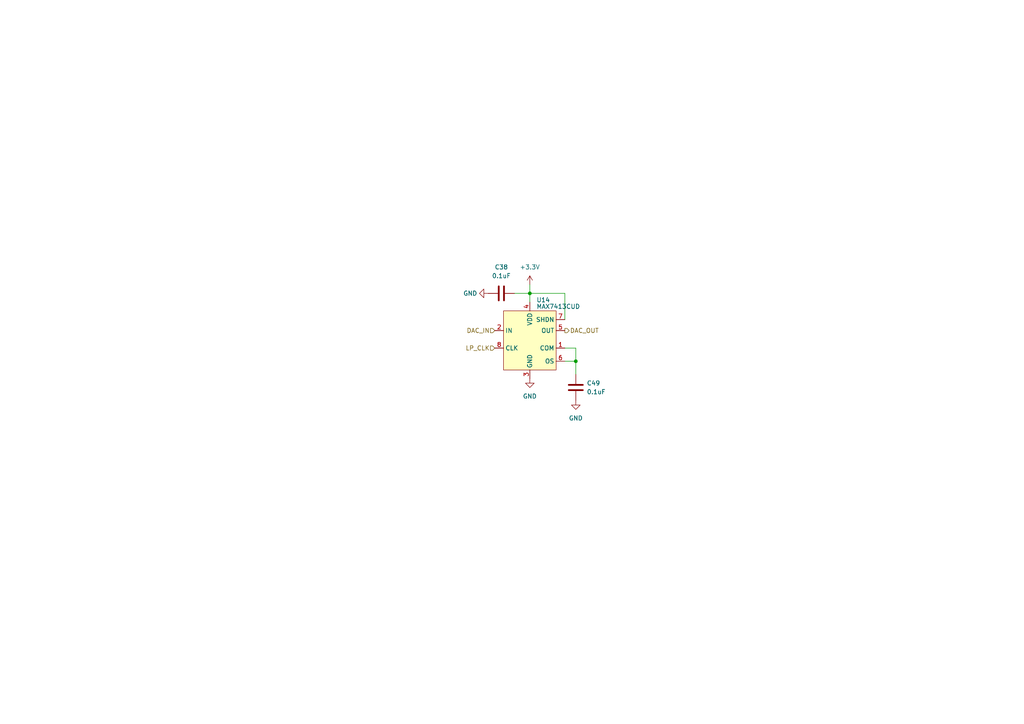
<source format=kicad_sch>
(kicad_sch (version 20230121) (generator eeschema)
  (paper "A4")
  (lib_symbols
    (symbol "Device:C" (pin_numbers hide) (pin_names (offset 0.254))
      (property "Reference" "C" (at 0.635 2.54 0))
      (property "Value" "C" (at 0.635 -2.54 0))
      (symbol "C_0_1"
        (polyline (pts (xy -2.032 -0.762) (xy 2.032 -0.762)) (stroke (width 0.508)))
        (polyline (pts (xy -2.032 0.762) (xy 2.032 0.762)) (stroke (width 0.508)))
      )
      (symbol "C_1_1"
        (pin passive line (at 0 3.81 270) (length 2.794) (name "~") (number "1"))
        (pin passive line (at 0 -3.81 90) (length 2.794) (name "~") (number "2"))
      )
    )
    (symbol "MAX7413:MAX7413CUA+-ND"
      (property "Reference" "U" (at -7.62 11.43 0))
      (property "Value" "MAX7413CUD" (at -8.255 9.525 0))
      (symbol "MAX7413CUA+-ND_1_1"
        (rectangle (start -7.62 8.255) (end 7.62 -8.89) (fill (type background)))
        (pin passive line (at 10.16 -2.54 180) (length 2.54) (name "COM") (number "1"))
        (pin input line (at -10.16 2.54 0) (length 2.54) (name "IN") (number "2"))
        (pin power_in line (at 0 -11.43 90) (length 2.54) (name "GND") (number "3"))
        (pin power_in line (at 0 10.795 270) (length 2.54) (name "VDD") (number "4"))
        (pin output line (at 10.16 2.54 180) (length 2.54) (name "OUT") (number "5"))
        (pin passive line (at 10.16 -6.35 180) (length 2.54) (name "OS") (number "6"))
        (pin power_in line (at 10.16 5.715 180) (length 2.54) (name "SHDN") (number "7"))
        (pin input line (at -10.16 -2.54 0) (length 2.54) (name "CLK") (number "8"))
      )
    )
    (symbol "power:+3.3V" (power) (pin_names (offset 0))
      (property "Value" "+3.3V" (at 0 3.556 0))
      (symbol "+3.3V_0_1"
        (polyline (pts (xy -0.762 1.27) (xy 0 2.54)))
        (polyline (pts (xy 0 0) (xy 0 2.54)))
        (polyline (pts (xy 0 2.54) (xy 0.762 1.27)))
      )
      (symbol "+3.3V_1_1"
        (pin power_in line (at 0 0 90) (length 0) hide (name "+3.3V") (number "1"))
      )
    )
    (symbol "power:GND" (power) (pin_names (offset 0))
      (property "Value" "GND" (at 0 -3.81 0))
      (symbol "GND_0_1"
        (polyline (pts (xy 0 0) (xy 0 -1.27) (xy 1.27 -1.27) (xy 0 -2.54) (xy -1.27 -1.27) (xy 0 -1.27)))
      )
      (symbol "GND_1_1"
        (pin power_in line (at 0 0 270) (length 0) hide (name "GND") (number "1"))
      )
    )
  )
  (junction (at 167.005 104.775))
  (junction (at 153.67 85.09))
  (wire (pts (xy 163.83 85.09) (xy 153.67 85.09)))
  (wire (pts (xy 153.67 82.55) (xy 153.67 85.09)))
  (wire (pts (xy 163.83 100.965) (xy 167.005 100.965)))
  (wire (pts (xy 149.225 85.09) (xy 153.67 85.09)))
  (wire (pts (xy 167.005 100.965) (xy 167.005 104.775)))
  (wire (pts (xy 163.83 104.775) (xy 167.005 104.775)))
  (wire (pts (xy 163.83 92.71) (xy 163.83 85.09)))
  (wire (pts (xy 153.67 85.09) (xy 153.67 87.63)))
  (wire (pts (xy 167.005 104.775) (xy 167.005 108.585)))
  (hierarchical_label "DAC_OUT" (shape output) (at 163.83 95.885 0))
  (hierarchical_label "LP_CLK" (shape input) (at 143.51 100.965 180))
  (hierarchical_label "DAC_IN" (shape input) (at 143.51 95.885 180))
  (symbol (lib_id "power:+3.3V") (at 153.67 82.55 0) (unit 1)
    (property "Reference" "#PWR070" (effects hide))
    (property "Value" "+3.3V" (at 153.67 77.47 0))
    (instances (project "analog_frontend" (path "" (reference "#PWR070") (unit 1)) (path "" (reference "#PWR069") (unit 1)) (path "" (reference "#PWR0114") (unit 1))))
  )
  (symbol (lib_id "power:GND") (at 153.67 109.855 0) (unit 1)
    (property "Reference" "#PWR05" (effects hide))
    (property "Value" "GND" (at 153.67 114.935 0))
    (instances (project "analog_frontend" (path "" (reference "#PWR05") (unit 1)) (path "" (reference "#PWR048") (unit 1)) (path "" (reference "#PWR056") (unit 1)) (path "" (reference "#PWR048") (unit 1)) (path "" (reference "#PWR0117") (unit 1))))
  )
  (symbol (lib_id "power:GND") (at 141.605 85.09 270) (unit 1)
    (property "Reference" "#PWR05" (effects hide))
    (property "Value" "GND" (at 138.43 85.09 90) (effects (justify right)))
    (instances (project "analog_frontend" (path "" (reference "#PWR05") (unit 1)) (path "" (reference "#PWR048") (unit 1)) (path "" (reference "#PWR059") (unit 1)) (path "" (reference "#PWR052") (unit 1)) (path "" (reference "#PWR0113") (unit 1))))
  )
  (symbol (lib_id "MAX7413:MAX7413CUA+-ND") (at 153.67 98.425 0) (unit 1)
    (property "Reference" "U14" (at 155.575 86.995 0) (effects (justify left)))
    (property "Value" "MAX7413CUD" (at 155.575 88.9 0) (effects (justify left)))
    (instances (project "analog_frontend" (path "" (reference "U14") (unit 1)) (path "" (reference "U15") (unit 1)) (path "" (reference "U19") (unit 1))))
  )
  (symbol (lib_id "Device:C") (at 167.005 112.395 180) (unit 1)
    (property "Reference" "C49" (at 170.18 111.125 0) (effects (justify right)))
    (property "Value" "0.1uF" (at 170.18 113.665 0) (effects (justify right)))
    (property "Footprint" "Capacitor_SMD:C_0805_2012Metric" (effects hide))
    (instances (project "analog_frontend" (path "" (reference "C49") (unit 1)) (path "" (reference "C48") (unit 1)) (path "" (reference "C64") (unit 1))))
  )
  (symbol (lib_id "power:GND") (at 167.005 116.205 0) (unit 1)
    (property "Reference" "#PWR05" (effects hide))
    (property "Value" "GND" (at 167.005 121.285 0))
    (instances (project "analog_frontend" (path "" (reference "#PWR05") (unit 1)) (path "" (reference "#PWR048") (unit 1)) (path "" (reference "#PWR056") (unit 1)) (path "" (reference "#PWR048") (unit 1)) (path "" (reference "#PWR0111") (unit 1))))
  )
  (symbol (lib_id "Device:C") (at 145.415 85.09 90) (unit 1)
    (property "Reference" "C38" (at 145.415 77.47 90))
    (property "Value" "0.1uF" (at 145.415 80.01 90))
    (property "Footprint" "Capacitor_SMD:C_0805_2012Metric" (effects hide))
    (instances (project "analog_frontend" (path "" (reference "C38") (unit 1)) (path "" (reference "C39") (unit 1)) (path "" (reference "C63") (unit 1))))
  )
)
</source>
